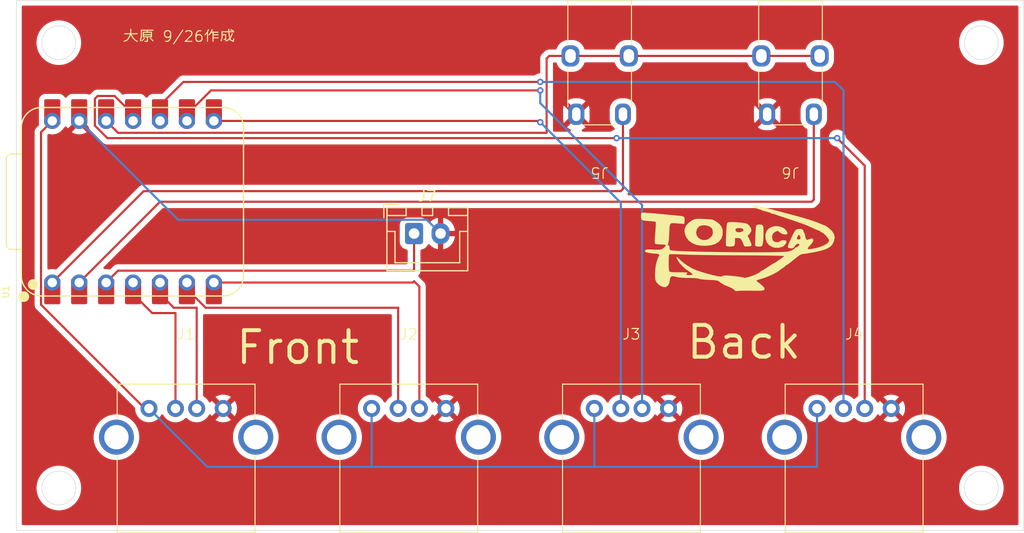
<source format=kicad_pcb>
(kicad_pcb (version 20241229) (generator "pcbnew") (generator_version "9.0")
  (layers (0 "F.Cu" signal) (2 "B.Cu" signal) (13 "F.Paste" user) (15 "B.Paste" user) (5 "F.SilkS" user "F.Silkscreen") (7 "B.SilkS" user "B.Silkscreen") (1 "F.Mask" user) (3 "B.Mask" user) (25 "Edge.Cuts" user))
  (net 0 "")
  (net 1 "/DOUT_1")
  (net 3 "/SLK_1")
  (net 4 "/GND")
  (net 6 "/VDD")
  (net 9 "/SLK_2")
  (net 10 "/DOUT_2")
  (net 12 "/DOUT_3")
  (net 14 "/SLK_3")
  (net 16 "/SLK_4")
  (net 18 "/DOUT_4")
  (net 19 "Net-(U1-PA02_A0_D0)")
  (net 20 "/3V3")
  (net 21 "Net-(U1-PA4_A1_D1)")
  (net 22 "Net-(J7-Pin_1)")
  (footprint "Seeed Studio XIAO Series Library:XIAO-RP2040-DIP" (layer "F.Cu") (at 111 85 90)
    (property "Reference" "U1" (at -8.5 -12 90) (layer "F.SilkS") (effects (font (size 0.635 0.635) (thickness 0.1016))))
    (property "Value" "SeeeduinoXIAO")
    (fp_line (start -3.991272 -11.951) (end 4.004 -11.951) (stroke (width 0.127)) (layer "F.SilkS"))
    (fp_line (start 4.504 -11.451) (end 4.504 -10.541) (stroke (width 0.127)) (layer "F.SilkS"))
    (fp_line (start 6.985 -10.541) (end -6.985 -10.541) (stroke (width 0.1)) (layer "F.SilkS"))
    (fp_line (start 6.985 -10.541) (end -6.985 -10.541) (stroke (width 0.127)) (layer "F.SilkS"))
    (fp_line (start -4.495 -10.541) (end -4.491272 -11.451272) (stroke (width 0.127)) (layer "F.SilkS"))
    (fp_line (start 8.89 8.509) (end 8.89 -8.636) (stroke (width 0.127)) (layer "F.SilkS"))
    (fp_line (start -8.89 8.509) (end -8.89 -8.636) (stroke (width 0.127)) (layer "F.SilkS"))
    (fp_line (start -6.985 10.414) (end 6.985 10.414) (stroke (width 0.127)) (layer "F.SilkS"))
    (fp_arc (start 4.004 -11.951) (mid 4.357553 -11.804553) (end 4.504 -11.451) (stroke (width 0.127)) (layer "F.SilkS"))
    (fp_arc (start -4.491272 -11.451272) (mid -4.344728 -11.80464) (end -3.991272 -11.951) (stroke (width 0.127)) (layer "F.SilkS"))
    (fp_arc (start 6.985 -10.541) (mid 8.332038 -9.983038) (end 8.89 -8.636) (stroke (width 0.127)) (layer "F.SilkS"))
    (fp_arc (start -8.89 -8.636) (mid -8.332038 -9.983038) (end -6.985 -10.541) (stroke (width 0.127)) (layer "F.SilkS"))
    (fp_arc (start 8.89 8.509) (mid 8.332038 9.856038) (end 6.985 10.414) (stroke (width 0.127)) (layer "F.SilkS"))
    (fp_arc (start -6.985 10.414) (mid -8.332038 9.856038) (end -8.89 8.509) (stroke (width 0.127)) (layer "F.SilkS"))
    (fp_circle (center -8.95 -10.3) (end -8.95 -10.554) (stroke (width 0.5)) (fill yes) (layer "F.SilkS"))
    (fp_circle (center -7.807 -9.42) (end -7.807 -9.674) (stroke (width 0.5)) (fill yes) (layer "F.SilkS"))
    (pad "1" smd roundrect (at -8.455 -7.62 270) (size 2.432 1.524) (layers "F.Cu" "F.Mask") (roundrect_rratio 0.1) (net 19 "Net-(U1-PA02_A0_D0)"))
    (pad "1" thru_hole circle (at -7.62 -7.62 270) (size 1.524 1.524) (drill 0.889) (layers "*.Cu" "*.Mask") (net 19 "Net-(U1-PA02_A0_D0)"))
    (pad "2" smd roundrect (at -8.455 -5.08 270) (size 2.432 1.524) (layers "F.Cu" "F.Mask") (roundrect_rratio 0.1) (net 21 "Net-(U1-PA4_A1_D1)"))
    (pad "2" thru_hole circle (at -7.62 -5.08 270) (size 1.524 1.524) (drill 0.889) (layers "*.Cu" "*.Mask") (net 21 "Net-(U1-PA4_A1_D1)"))
    (pad "3" smd roundrect (at -8.455 -2.54 270) (size 2.432 1.524) (layers "F.Cu" "F.Mask") (roundrect_rratio 0.1) (net 22 "Net-(J7-Pin_1)"))
    (pad "3" thru_hole circle (at -7.62 -2.54 270) (size 1.524 1.524) (drill 0.889) (layers "*.Cu" "*.Mask") (net 22 "Net-(J7-Pin_1)"))
    (pad "4" smd roundrect (at -8.455 0 270) (size 2.432 1.524) (layers "F.Cu" "F.Mask") (roundrect_rratio 0.1) (net 3 "/SLK_1"))
    (pad "4" thru_hole circle (at -7.62 0 270) (size 1.524 1.524) (drill 0.889) (layers "*.Cu" "*.Mask") (net 3 "/SLK_1"))
    (pad "5" smd roundrect (at -8.455 2.54 270) (size 2.432 1.524) (layers "F.Cu" "F.Mask") (roundrect_rratio 0.1) (net 1 "/DOUT_1"))
    (pad "5" thru_hole circle (at -7.62 2.54 270) (size 1.524 1.524) (drill 0.889) (layers "*.Cu" "*.Mask") (net 1 "/DOUT_1"))
    (pad "6" smd roundrect (at -8.455 5.08 270) (size 2.432 1.524) (layers "F.Cu" "F.Mask") (roundrect_rratio 0.1) (net 9 "/SLK_2"))
    (pad "6" thru_hole circle (at -7.62 5.08 270) (size 1.524 1.524) (drill 0.889) (layers "*.Cu" "*.Mask") (net 9 "/SLK_2"))
    (pad "7" smd roundrect (at -8.455 7.62 270) (size 2.432 1.524) (layers "F.Cu" "F.Mask") (roundrect_rratio 0.1) (net 10 "/DOUT_2"))
    (pad "7" thru_hole circle (at -7.62 7.62 270) (size 1.524 1.524) (drill 0.889) (layers "*.Cu" "*.Mask") (net 10 "/DOUT_2"))
    (pad "8" thru_hole circle (at 7.62 7.62 90) (size 1.524 1.524) (drill 0.889) (layers "*.Cu" "*.Mask") (net 14 "/SLK_3"))
    (pad "8" smd roundrect (at 8.455 7.62 90) (size 2.432 1.524) (layers "F.Cu" "F.Mask") (roundrect_rratio 0.1) (net 14 "/SLK_3"))
    (pad "9" thru_hole circle (at 7.62 5.08 90) (size 1.524 1.524) (drill 0.889) (layers "*.Cu" "*.Mask") (net 12 "/DOUT_3"))
    (pad "9" smd roundrect (at 8.455 5.08 90) (size 2.432 1.524) (layers "F.Cu" "F.Mask") (roundrect_rratio 0.1) (net 12 "/DOUT_3"))
    (pad "10" thru_hole circle (at 7.62 2.54 90) (size 1.524 1.524) (drill 0.889) (layers "*.Cu" "*.Mask") (net 16 "/SLK_4"))
    (pad "10" smd roundrect (at 8.455 2.54 90) (size 2.432 1.524) (layers "F.Cu" "F.Mask") (roundrect_rratio 0.1) (net 16 "/SLK_4"))
    (pad "11" thru_hole circle (at 7.62 0 90) (size 1.524 1.524) (drill 0.889) (layers "*.Cu" "*.Mask") (net 18 "/DOUT_4"))
    (pad "11" smd roundrect (at 8.455 0 90) (size 2.432 1.524) (layers "F.Cu" "F.Mask") (roundrect_rratio 0.1) (net 18 "/DOUT_4"))
    (pad "12" thru_hole circle (at 7.62 -2.54 90) (size 1.524 1.524) (drill 0.889) (layers "*.Cu" "*.Mask") (net 20 "/3V3"))
    (pad "12" smd roundrect (at 8.455 -2.54 90) (size 2.432 1.524) (layers "F.Cu" "F.Mask") (roundrect_rratio 0.1) (net 20 "/3V3"))
    (pad "13" thru_hole circle (at 7.62 -5.08 90) (size 1.524 1.524) (drill 0.889) (layers "*.Cu" "*.Mask") (net 4 "/GND"))
    (pad "13" smd roundrect (at 8.455 -5.08 90) (size 2.432 1.524) (layers "F.Cu" "F.Mask") (roundrect_rratio 0.1) (net 4 "/GND"))
    (pad "14" thru_hole circle (at 7.62 -7.62 90) (size 1.524 1.524) (drill 0.889) (layers "*.Cu" "*.Mask") (net 6 "/VDD"))
    (pad "14" smd roundrect (at 8.455 -7.62 90) (size 2.432 1.524) (layers "F.Cu" "F.Mask") (roundrect_rratio 0.1) (net 6 "/VDD"))
  )
  (footprint "TORICA_Hardwarelib:USB_A_4P_Female" (layer "F.Cu") (at 137 97.995)
    (property "Reference" "J2" (at 0 -0.5 0) (layer "F.SilkS") (effects (font (thickness 0.1))))
    (property "Value" "USB_A")
    (fp_line (start -6.5 4.21) (end 6.5 4.21) (stroke (width 0.1)) (layer "F.SilkS"))
    (fp_line (start -6.5 7.5) (end -6.5 4.21) (stroke (width 0.1)) (layer "F.SilkS"))
    (fp_line (start -6.5 11) (end -6.5 18.21) (stroke (width 0.1)) (layer "F.SilkS"))
    (fp_line (start -6.5 18.21) (end 6.5 18.21) (stroke (width 0.1)) (layer "F.SilkS"))
    (fp_line (start 6.5 7.5) (end 6.5 4.21) (stroke (width 0.1)) (layer "F.SilkS"))
    (fp_line (start 6.5 18.21) (end 6.5 11) (stroke (width 0.1)) (layer "F.SilkS"))
    (pad "1" thru_hole circle (at -3.5 6.5) (size 1.6 1.6) (drill 0.9) (layers "*.Cu" "*.Mask") (net 6 "/VDD"))
    (pad "2" thru_hole circle (at -1 6.5) (size 1.6 1.6) (drill 0.9) (layers "*.Cu" "*.Mask") (net 9 "/SLK_2"))
    (pad "3" thru_hole circle (at 1 6.5) (size 1.6 1.6) (drill 0.9) (layers "*.Cu" "*.Mask") (net 10 "/DOUT_2"))
    (pad "4" thru_hole circle (at 3.5 6.5) (size 1.6 1.6) (drill 0.9) (layers "*.Cu" "*.Mask") (net 4 "/GND"))
    (pad "5" thru_hole circle (at -6.57 9.21 180) (size 3.3 3.3) (drill 2.3) (layers "*.Cu" "*.Mask"))
    (pad "5" thru_hole circle (at 6.57 9.21 180) (size 3.3 3.3) (drill 2.3) (layers "*.Cu" "*.Mask"))
  )
  (footprint "TORICA_Hardwarelib:USB_A_4P_Female" (layer "F.Cu") (at 179 97.995)
    (property "Reference" "J4" (at 0 -0.5 0) (layer "F.SilkS") (effects (font (thickness 0.1))))
    (property "Value" "USB_A")
    (fp_line (start -6.5 4.21) (end 6.5 4.21) (stroke (width 0.1)) (layer "F.SilkS"))
    (fp_line (start -6.5 7.5) (end -6.5 4.21) (stroke (width 0.1)) (layer "F.SilkS"))
    (fp_line (start -6.5 11) (end -6.5 18.21) (stroke (width 0.1)) (layer "F.SilkS"))
    (fp_line (start -6.5 18.21) (end 6.5 18.21) (stroke (width 0.1)) (layer "F.SilkS"))
    (fp_line (start 6.5 7.5) (end 6.5 4.21) (stroke (width 0.1)) (layer "F.SilkS"))
    (fp_line (start 6.5 18.21) (end 6.5 11) (stroke (width 0.1)) (layer "F.SilkS"))
    (pad "1" thru_hole circle (at -3.5 6.5) (size 1.6 1.6) (drill 0.9) (layers "*.Cu" "*.Mask") (net 6 "/VDD"))
    (pad "2" thru_hole circle (at -1 6.5) (size 1.6 1.6) (drill 0.9) (layers "*.Cu" "*.Mask") (net 16 "/SLK_4"))
    (pad "3" thru_hole circle (at 1 6.5) (size 1.6 1.6) (drill 0.9) (layers "*.Cu" "*.Mask") (net 18 "/DOUT_4"))
    (pad "4" thru_hole circle (at 3.5 6.5) (size 1.6 1.6) (drill 0.9) (layers "*.Cu" "*.Mask") (net 4 "/GND"))
    (pad "5" thru_hole circle (at -6.57 9.21 180) (size 3.3 3.3) (drill 2.3) (layers "*.Cu" "*.Mask"))
    (pad "5" thru_hole circle (at 6.57 9.21 180) (size 3.3 3.3) (drill 2.3) (layers "*.Cu" "*.Mask"))
  )
  (footprint "TORICA_Hardwarelib:Audio_Jack_3P" (layer "F.Cu") (at 173 81.75 180)
    (property "Reference" "J6" (at 0 -0.5 180) (layer "F.SilkS") (effects (font (thickness 0.1))))
    (property "Value" "AudioJack3")
    (fp_line (start 3 15.7) (end 0 15.7) (stroke (width 0.1)) (layer "F.SilkS"))
    (fp_line (start 3 11.6) (end 3 15.7) (stroke (width 0.1)) (layer "F.SilkS"))
    (fp_line (start 3 5.7) (end 3 9.4) (stroke (width 0.1)) (layer "F.SilkS"))
    (fp_line (start 0 4) (end 1.5 4) (stroke (width 0.1)) (layer "F.SilkS"))
    (fp_line (start 0 4) (end -1.5 4) (stroke (width 0.1)) (layer "F.SilkS"))
    (fp_line (start -3 15.7) (end 0 15.7) (stroke (width 0.1)) (layer "F.SilkS"))
    (fp_line (start -3 11.6) (end -3 15.7) (stroke (width 0.1)) (layer "F.SilkS"))
    (fp_line (start -3 5.7) (end -3 9.4) (stroke (width 0.1)) (layer "F.SilkS"))
    (pad "R" thru_hole roundrect (at -2.2 5 180) (size 1.5 2) (drill oval 0.8 1.3) (layers "*.Cu" "*.Mask") (roundrect_rratio 0.4) (net 21 "Net-(U1-PA4_A1_D1)"))
    (pad "S" thru_hole roundrect (at 2.2 5 180) (size 1.5 2) (drill oval 0.8 1.3) (layers "*.Cu" "*.Mask") (roundrect_rratio 0.4) (net 4 "/GND"))
    (pad "T" thru_hole roundrect (at -2.75 10.5 180) (size 1.7 2) (drill oval 1 1.3) (layers "*.Cu" "*.Mask") (roundrect_rratio 0.4) (net 20 "/3V3"))
    (pad "T" thru_hole roundrect (at 2.75 10.5 180) (size 1.7 2) (drill oval 1 1.3) (layers "*.Cu" "*.Mask") (roundrect_rratio 0.4) (net 20 "/3V3"))
  )
  (footprint "Connector_JST:JST_XH_B2B-XH-A_1x02_P2.50mm_Vertical" (layer "F.Cu") (at 137.5 88)
    (property "Reference" "J7" (at 1.25 -3.55 0) (layer "F.SilkS"))
    (property "Value" "Conn_01x02_Socket")
    (fp_line (start -2.85 -2.75) (end -2.85 -1.5) (stroke (width 0.12)) (layer "F.SilkS"))
    (fp_line (start -2.56 -2.46) (end -2.56 3.51) (stroke (width 0.12)) (layer "F.SilkS"))
    (fp_line (start -2.56 3.51) (end 5.06 3.51) (stroke (width 0.12)) (layer "F.SilkS"))
    (fp_line (start -2.55 -2.45) (end -2.55 -1.7) (stroke (width 0.12)) (layer "F.SilkS"))
    (fp_line (start -2.55 -1.7) (end -0.75 -1.7) (stroke (width 0.12)) (layer "F.SilkS"))
    (fp_line (start -2.55 -0.2) (end -1.8 -0.2) (stroke (width 0.12)) (layer "F.SilkS"))
    (fp_line (start -1.8 -0.2) (end -1.8 2.75) (stroke (width 0.12)) (layer "F.SilkS"))
    (fp_line (start -1.8 2.75) (end 1.25 2.75) (stroke (width 0.12)) (layer "F.SilkS"))
    (fp_line (start -1.6 -2.75) (end -2.85 -2.75) (stroke (width 0.12)) (layer "F.SilkS"))
    (fp_line (start -0.75 -2.45) (end -2.55 -2.45) (stroke (width 0.12)) (layer "F.SilkS"))
    (fp_line (start -0.75 -1.7) (end -0.75 -2.45) (stroke (width 0.12)) (layer "F.SilkS"))
    (fp_line (start 0.75 -2.45) (end 0.75 -1.7) (stroke (width 0.12)) (layer "F.SilkS"))
    (fp_line (start 0.75 -1.7) (end 1.75 -1.7) (stroke (width 0.12)) (layer "F.SilkS"))
    (fp_line (start 1.75 -2.45) (end 0.75 -2.45) (stroke (width 0.12)) (layer "F.SilkS"))
    (fp_line (start 1.75 -1.7) (end 1.75 -2.45) (stroke (width 0.12)) (layer "F.SilkS"))
    (fp_line (start 3.25 -2.45) (end 3.25 -1.7) (stroke (width 0.12)) (layer "F.SilkS"))
    (fp_line (start 3.25 -1.7) (end 5.05 -1.7) (stroke (width 0.12)) (layer "F.SilkS"))
    (fp_line (start 4.3 -0.2) (end 4.3 2.75) (stroke (width 0.12)) (layer "F.SilkS"))
    (fp_line (start 4.3 2.75) (end 1.25 2.75) (stroke (width 0.12)) (layer "F.SilkS"))
    (fp_line (start 5.05 -2.45) (end 3.25 -2.45) (stroke (width 0.12)) (layer "F.SilkS"))
    (fp_line (start 5.05 -1.7) (end 5.05 -2.45) (stroke (width 0.12)) (layer "F.SilkS"))
    (fp_line (start 5.05 -0.2) (end 4.3 -0.2) (stroke (width 0.12)) (layer "F.SilkS"))
    (fp_line (start 5.06 -2.46) (end -2.56 -2.46) (stroke (width 0.12)) (layer "F.SilkS"))
    (fp_line (start 5.06 3.51) (end 5.06 -2.46) (stroke (width 0.12)) (layer "F.SilkS"))
    (pad "1" thru_hole roundrect (at 0 0) (size 1.7 2) (drill 1) (layers "*.Cu" "*.Mask") (roundrect_rratio 0.147059) (net 22 "Net-(J7-Pin_1)"))
    (pad "2" thru_hole oval (at 2.5 0) (size 1.7 2) (drill 1) (layers "*.Cu" "*.Mask") (net 4 "/GND"))
  )
  (footprint "TORICA_Hardwarelib:USB_A_4P_Female" (layer "F.Cu") (at 158 97.995)
    (property "Reference" "J3" (at 0 -0.5 0) (layer "F.SilkS") (effects (font (thickness 0.1))))
    (property "Value" "USB_A")
    (fp_line (start -6.5 4.21) (end 6.5 4.21) (stroke (width 0.1)) (layer "F.SilkS"))
    (fp_line (start -6.5 7.5) (end -6.5 4.21) (stroke (width 0.1)) (layer "F.SilkS"))
    (fp_line (start -6.5 11) (end -6.5 18.21) (stroke (width 0.1)) (layer "F.SilkS"))
    (fp_line (start -6.5 18.21) (end 6.5 18.21) (stroke (width 0.1)) (layer "F.SilkS"))
    (fp_line (start 6.5 7.5) (end 6.5 4.21) (stroke (width 0.1)) (layer "F.SilkS"))
    (fp_line (start 6.5 18.21) (end 6.5 11) (stroke (width 0.1)) (layer "F.SilkS"))
    (pad "1" thru_hole circle (at -3.5 6.5) (size 1.6 1.6) (drill 0.9) (layers "*.Cu" "*.Mask") (net 6 "/VDD"))
    (pad "2" thru_hole circle (at -1 6.5) (size 1.6 1.6) (drill 0.9) (layers "*.Cu" "*.Mask") (net 14 "/SLK_3"))
    (pad "3" thru_hole circle (at 1 6.5) (size 1.6 1.6) (drill 0.9) (layers "*.Cu" "*.Mask") (net 12 "/DOUT_3"))
    (pad "4" thru_hole circle (at 3.5 6.5) (size 1.6 1.6) (drill 0.9) (layers "*.Cu" "*.Mask") (net 4 "/GND"))
    (pad "5" thru_hole circle (at -6.57 9.21 180) (size 3.3 3.3) (drill 2.3) (layers "*.Cu" "*.Mask"))
    (pad "5" thru_hole circle (at 6.57 9.21 180) (size 3.3 3.3) (drill 2.3) (layers "*.Cu" "*.Mask"))
  )
  (footprint "TORICA_Hardwarelib:USB_A_4P_Female" (layer "F.Cu") (at 116 97.995)
    (property "Reference" "J1" (at 0 -0.5 0) (layer "F.SilkS") (effects (font (thickness 0.1))))
    (property "Value" "USB_A")
    (fp_line (start -6.5 4.21) (end 6.5 4.21) (stroke (width 0.1)) (layer "F.SilkS"))
    (fp_line (start -6.5 7.5) (end -6.5 4.21) (stroke (width 0.1)) (layer "F.SilkS"))
    (fp_line (start -6.5 11) (end -6.5 18.21) (stroke (width 0.1)) (layer "F.SilkS"))
    (fp_line (start -6.5 18.21) (end 6.5 18.21) (stroke (width 0.1)) (layer "F.SilkS"))
    (fp_line (start 6.5 7.5) (end 6.5 4.21) (stroke (width 0.1)) (layer "F.SilkS"))
    (fp_line (start 6.5 18.21) (end 6.5 11) (stroke (width 0.1)) (layer "F.SilkS"))
    (pad "1" thru_hole circle (at -3.5 6.5) (size 1.6 1.6) (drill 0.9) (layers "*.Cu" "*.Mask") (net 6 "/VDD"))
    (pad "2" thru_hole circle (at -1 6.5) (size 1.6 1.6) (drill 0.9) (layers "*.Cu" "*.Mask") (net 3 "/SLK_1"))
    (pad "3" thru_hole circle (at 1 6.5) (size 1.6 1.6) (drill 0.9) (layers "*.Cu" "*.Mask") (net 1 "/DOUT_1"))
    (pad "4" thru_hole circle (at 3.5 6.5) (size 1.6 1.6) (drill 0.9) (layers "*.Cu" "*.Mask") (net 4 "/GND"))
    (pad "5" thru_hole circle (at -6.57 9.21 180) (size 3.3 3.3) (drill 2.3) (layers "*.Cu" "*.Mask"))
    (pad "5" thru_hole circle (at 6.57 9.21 180) (size 3.3 3.3) (drill 2.3) (layers "*.Cu" "*.Mask"))
  )
  (footprint "TORICA_Hardwarelib:Audio_Jack_3P" (layer "F.Cu") (at 155 81.75 180)
    (property "Reference" "J5" (at 0 -0.5 180) (layer "F.SilkS") (effects (font (thickness 0.1))))
    (property "Value" "AudioJack3")
    (fp_line (start 3 15.7) (end 0 15.7) (stroke (width 0.1)) (layer "F.SilkS"))
    (fp_line (start 3 11.6) (end 3 15.7) (stroke (width 0.1)) (layer "F.SilkS"))
    (fp_line (start 3 5.7) (end 3 9.4) (stroke (width 0.1)) (layer "F.SilkS"))
    (fp_line (start 0 4) (end 1.5 4) (stroke (width 0.1)) (layer "F.SilkS"))
    (fp_line (start 0 4) (end -1.5 4) (stroke (width 0.1)) (layer "F.SilkS"))
    (fp_line (start -3 15.7) (end 0 15.7) (stroke (width 0.1)) (layer "F.SilkS"))
    (fp_line (start -3 11.6) (end -3 15.7) (stroke (width 0.1)) (layer "F.SilkS"))
    (fp_line (start -3 5.7) (end -3 9.4) (stroke (width 0.1)) (layer "F.SilkS"))
    (pad "R" thru_hole roundrect (at -2.2 5 180) (size 1.5 2) (drill oval 0.8 1.3) (layers "*.Cu" "*.Mask") (roundrect_rratio 0.4) (net 19 "Net-(U1-PA02_A0_D0)"))
    (pad "S" thru_hole roundrect (at 2.2 5 180) (size 1.5 2) (drill oval 0.8 1.3) (layers "*.Cu" "*.Mask") (roundrect_rratio 0.4) (net 4 "/GND"))
    (pad "T" thru_hole roundrect (at -2.75 10.5 180) (size 1.7 2) (drill oval 1 1.3) (layers "*.Cu" "*.Mask") (roundrect_rratio 0.4) (net 20 "/3V3"))
    (pad "T" thru_hole roundrect (at 2.75 10.5 180) (size 1.7 2) (drill oval 1 1.3) (layers "*.Cu" "*.Mask") (roundrect_rratio 0.4) (net 20 "/3V3"))
  )
  (footprint "TORICA_Hardwarelib:torica" (layer "F.Cu") (at 167.5 89.5)
    (property "Reference" "G***")
    (property "Value" "LOGO" (hide yes))
    (fp_poly (pts (xy 2.714559 -2.344276) (xy 2.832731 -2.312023) (xy 2.905785 -2.2326) (xy 2.94382 -2.084541) (xy 2.956933 -1.84638) (xy 2.955225 -1.496651) (xy 2.954869 -1.471494) (xy 2.94464 -1.140391) (xy 2.925449 -0.838039) (xy 2.900251 -0.602213) (xy 2.877855 -0.487169) (xy 2.824516 -0.350243) (xy 2.744474 -0.287014) (xy 2.591506 -0.269384) (xy 2.518596 -0.268783) (xy 2.329084 -0.284591) (xy 2.20101 -0.324308) (xy 2.179161 -0.343585) (xy 2.166546 -0.433713) (xy 2.162804 -0.626804) (xy 2.166622 -0.891815) (xy 2.176685 -1.197706) (xy 2.191682 -1.513435) (xy 2.210297 -1.807959) (xy 2.231217 -2.050236) (xy 2.253129 -2.209225) (xy 2.259167 -2.234259) (xy 2.332707 -2.320164) (xy 2.502294 -2.350408) (xy 2.541168 -2.350823)) (fill yes) (layer "F.SilkS"))
    (fp_poly (pts (xy 4.372244 -2.188501) (xy 4.717486 -2.08271) (xy 4.883915 -1.990734) (xy 5.032478 -1.860322) (xy 5.148127 -1.700083) (xy 5.208212 -1.54987) (xy 5.190986 -1.450422) (xy 5.06337 -1.405335) (xy 4.872821 -1.421888) (xy 4.670187 -1.490197) (xy 4.529367 -1.579019) (xy 4.389918 -1.687692) (xy 4.291391 -1.744577) (xy 4.279312 -1.747008) (xy 4.149826 -1.70628) (xy 3.988465 -1.609692) (xy 3.858742 -1.496052) (xy 3.849095 -1.48413) (xy 3.775041 -1.299579) (xy 3.770875 -1.074996) (xy 3.832231 -0.872406) (xy 3.898122 -0.787685) (xy 4.077689 -0.696783) (xy 4.282866 -0.677801) (xy 4.456205 -0.732161) (xy 4.502116 -0.772752) (xy 4.62985 -0.842977) (xy 4.820689 -0.871503) (xy 5.008332 -0.852886) (xy 5.08597 -0.820694) (xy 5.125536 -0.728423) (xy 5.080084 -0.587569) (xy 4.970588 -0.432169) (xy 4.818022 -0.296264) (xy 4.731946 -0.246164) (xy 4.395837 -0.154245) (xy 4.021405 -0.166028) (xy 3.782506 -0.228911) (xy 3.475616 -0.406449) (xy 3.260053 -0.673723) (xy 3.14446 -1.014525) (xy 3.137479 -1.412647) (xy 3.140126 -1.433698) (xy 3.24009 -1.730086) (xy 3.437458 -1.961482) (xy 3.708055 -2.120165) (xy 4.027709 -2.198412)) (fill yes) (layer "F.SilkS"))
    (fp_poly (pts (xy -2.941591 -2.885385) (xy -2.662662 -2.87537) (xy -2.31117 -2.859558) (xy -2.061955 -2.839821) (xy -1.88293 -2.809698) (xy -1.742002 -2.762728) (xy -1.607084 -2.692451) (xy -1.534543 -2.648234) (xy -1.223712 -2.418527) (xy -1.02528 -2.176907) (xy -0.918359 -1.89428) (xy -0.896016 -1.758902) (xy -0.904636 -1.351069) (xy -1.028965 -1.003664) (xy -1.26179 -0.722788) (xy -1.595896 -0.514544) (xy -2.024071 -0.385035) (xy -2.5391 -0.340364) (xy -2.572587 -0.340514) (xy -2.873061 -0.355668) (xy -3.172334 -0.390619) (xy -3.379041 -0.431543) (xy -3.779329 -0.596299) (xy -4.106984 -0.845793) (xy -4.343631 -1.160157) (xy -4.470891 -1.519521) (xy -4.483661 -1.620007) (xy -3.399546 -1.620007) (xy -3.357344 -1.357446) (xy -3.221237 -1.134523) (xy -3.011469 -0.970825) (xy -2.748282 -0.88594) (xy -2.45192 -0.899455) (xy -2.32921 -0.936575) (xy -2.170859 -1.028841) (xy -2.003915 -1.170639) (xy -1.986687 -1.188559) (xy -1.870248 -1.343712) (xy -1.827053 -1.511626) (xy -1.828915 -1.677665) (xy -1.858006 -1.884116) (xy -1.93432 -2.018216) (xy -2.076207 -2.131236) (xy -2.356504 -2.249871) (xy -2.682991 -2.284968) (xy -2.992837 -2.23157) (xy -3.051008 -2.20815) (xy -3.192969 -2.096144) (xy -3.316843 -1.924104) (xy -3.3276 -1.902619) (xy -3.399546 -1.620007) (xy -4.483661 -1.620007) (xy -4.484513 -1.626711) (xy -4.489403 -1.868028) (xy -4.446512 -2.050579) (xy -4.337932 -2.246627) (xy -4.32658 -2.263982) (xy -4.109455 -2.510325) (xy -3.82811 -2.715847) (xy -3.809287 -2.726303) (xy -3.66281 -2.802328) (xy -3.534771 -2.852093) (xy -3.393202 -2.879753) (xy -3.206131 -2.889465)) (fill yes) (layer "F.SilkS"))
    (fp_poly (pts (xy 0.228865 -2.577335) (xy 0.543282 -2.556666) (xy 0.854182 -2.526763) (xy 1.127443 -2.490202) (xy 1.328945 -2.449557) (xy 1.404814 -2.422418) (xy 1.589236 -2.274781) (xy 1.737044 -2.071492) (xy 1.811429 -1.866195) (xy 1.814286 -1.8257) (xy 1.768757 -1.662875) (xy 1.657296 -1.490747) (xy 1.638775 -1.470457) (xy 1.463264 -1.287263) (xy 1.634943 -0.929214) (xy 1.762901 -0.650902) (xy 1.823249 -0.469389) (xy 1.811208 -0.362671) (xy 1.721999 -0.308747) (xy 1.550841 -0.285614) (xy 1.494354 -0.282045) (xy 1.279962 -0.277746) (xy 1.16361 -0.302498) (xy 1.110453 -0.365309) (xy 1.104455 -0.382838) (xy 1.053431 -0.515318) (xy 0.967579 -0.706891) (xy 0.92788 -0.78955) (xy 0.831383 -0.96473) (xy 0.738716 -1.048441) (xy 0.603454 -1.073858) (xy 0.528228 -1.075132) (xy 0.268783 -1.075132) (xy 0.268783 -0.752593) (xy 0.252886 -0.544977) (xy 0.212631 -0.389192) (xy 0.188148 -0.349418) (xy 0.075062 -0.300402) (xy -0.109099 -0.274667) (xy -0.313073 -0.272803) (xy -0.485598 -0.295398) (xy -0.574054 -0.340655) (xy -0.586384 -0.429716) (xy -0.591128 -0.627973) (xy -0.588383 -0.91045) (xy -0.578246 -1.25217) (xy -0.569783 -1.451429) (xy -0.549467 -1.851314) (xy -0.54553 -1.908568) (xy 0.313172 -1.908568) (xy 0.330615 -1.766592) (xy 0.349378 -1.726639) (xy 0.457376 -1.646022) (xy 0.634603 -1.619017) (xy 0.828405 -1.642615) (xy 0.986128 -1.713808) (xy 1.034691 -1.765802) (xy 1.060182 -1.889664) (xy 0.959974 -1.972111) (xy 0.736735 -2.011513) (xy 0.62716 -2.014844) (xy 0.410393 -1.98963) (xy 0.313172 -1.908568) (xy -0.54553 -1.908568) (xy -0.529785 -2.137544) (xy -0.507461 -2.330797) (xy -0.479214 -2.451753) (xy -0.441765 -2.521091) (xy -0.394291 -2.558194) (xy -0.274043 -2.580675) (xy -0.054951 -2.586197)) (fill yes) (layer "F.SilkS"))
    (fp_poly (pts (xy 2.129079 -4.148578) (xy 2.372938 -4.099339) (xy 2.71495 -4.022039) (xy 3.139412 -3.920509) (xy 3.630621 -3.79858) (xy 4.172877 -3.660085) (xy 4.750476 -3.508853) (xy 5.342063 -3.35025) (xy 5.623069 -3.274274) (xy 5.89386 -3.201489) (xy 6.081217 -3.151528) (xy 6.593629 -3.010015) (xy 7.096361 -2.860279) (xy 7.561875 -2.711268) (xy 7.962634 -2.571931) (xy 8.271099 -2.451215) (xy 8.361695 -2.410517) (xy 8.538678 -2.332971) (xy 8.66684 -2.28866) (xy 8.691568 -2.284656) (xy 8.775229 -2.246751) (xy 8.929968 -2.147696) (xy 9.109566 -2.018342) (xy 9.42497 -1.732116) (xy 9.609954 -1.441563) (xy 9.668229 -1.133975) (xy 9.603505 -0.796642) (xy 9.52223 -0.604762) (xy 9.398711 -0.408997) (xy 9.226894 -0.242555) (xy 8.991986 -0.099236) (xy 8.679196 0.027164) (xy 8.27373 0.142845) (xy 7.760798 0.25401) (xy 7.257143 0.344872) (xy 6.992373 0.387395) (xy 6.764236 0.419929) (xy 6.618214 0.436038) (xy 6.609599 0.43651) (xy 6.471843 0.481314) (xy 6.293256 0.586803) (xy 6.220611 0.641375) (xy 6.013061 0.808024) (xy 5.778553 0.994532) (xy 5.692229 1.062687) (xy 5.506788 1.209262) (xy 5.348726 1.335225) (xy 5.290898 1.381867) (xy 5.169524 1.459017) (xy 5.10611 1.478307) (xy 5.041399 1.51912) (xy 5.039682 1.531015) (xy 4.987798 1.598274) (xy 4.862202 1.688803) (xy 4.854894 1.693172) (xy 4.668155 1.818462) (xy 4.487425 1.959644) (xy 4.247444 2.12756) (xy 3.912332 2.31048) (xy 3.517786 2.492658) (xy 3.099501 2.658343) (xy 2.693173 2.791789) (xy 2.469444 2.849949) (xy 2.328028 2.897372) (xy 2.301079 2.960774) (xy 2.390802 3.056896) (xy 2.507861 3.14154) (xy 2.711133 3.298654) (xy 2.906763 3.477417) (xy 2.92082 3.491888) (xy 3.037758 3.627973) (xy 3.066051 3.717715) (xy 3.020944 3.800013) (xy 2.971611 3.840223) (xy 2.887908 3.868484) (xy 2.750091 3.88624) (xy 2.538418 3.894934) (xy 2.233144 3.896009) (xy 1.814528 3.890909) (xy 1.784377 3.890422) (xy 1.395079 3.887104) (xy 1.044116 3.889774) (xy 0.757237 3.897796) (xy 0.56019 3.910534) (xy 0.487933 3.922424) (xy 0.348282 3.9306) (xy 0.212053 3.836796) (xy 0.185552 3.809196) (xy 0.03052 3.689954) (xy -0.188464 3.575343) (xy -0.297531 3.532868) (xy -0.765751 3.338891) (xy -1.120796 3.115353) (xy -1.172577 3.071606) (xy -1.25644 3.005028) (xy -1.350393 2.957518) (xy -1.479769 2.924455) (xy -1.669902 2.901217) (xy -1.946122 2.883182) (xy -2.291388 2.86749) (xy -2.601367 2.8482) (xy -2.872402 2.819773) (xy -3.069146 2.786551) (xy -3.143716 2.762779) (xy -3.270055 2.731581) (xy -3.504957 2.707236) (xy -3.822683 2.691693) (xy -4.144921 2.686853) (xy -4.64653 2.676067) (xy -5.021168 2.644654) (xy -5.274744 2.592101) (xy -5.289099 2.587274) (xy -5.55873 2.520467) (xy -5.739168 2.547503) (xy -5.844503 2.67624) (xy -5.888826 2.914534) (xy -5.889272 2.92193) (xy -5.947978 3.209137) (xy -6.075654 3.424823) (xy -6.254527 3.544814) (xy -6.359434 3.561375) (xy -6.622822 3.50434) (xy -6.887914 3.352946) (xy -7.104419 3.136757) (xy -7.120692 3.113837) (xy -7.198475 2.984705) (xy -7.246148 2.850196) (xy -7.270551 2.673191) (xy -7.278524 2.416574) (xy -7.278538 2.257261) (xy -7.256776 1.880754) (xy -7.200389 1.492789) (xy -7.151112 1.276522) (xy -5.988328 1.276522) (xy -5.985005 1.557788) (xy -5.974419 1.801841) (xy -5.956297 1.974388) (xy -5.94668 2.016332) (xy -5.920436 2.070881) (xy -5.86757 2.10833) (xy -5.765764 2.131952) (xy -5.592699 2.145016) (xy -5.326056 2.150796) (xy -5.018356 2.152401) (xy -4.659087 2.155075) (xy -4.417647 2.162351) (xy -4.277499 2.176178) (xy -4.222107 2.198504) (xy -4.234934 2.231277) (xy -4.249088 2.24304) (xy -4.323924 2.329411) (xy -4.321883 2.375295) (xy -4.224558 2.407745) (xy -4.059405 2.418212) (xy -3.884868 2.408165) (xy -3.759392 2.379073) (xy -3.734733 2.360537) (xy -3.768831 2.298951) (xy -3.892891 2.193334) (xy -4.080209 2.066365) (xy -4.083545 2.064302) (xy -4.398862 1.840297) (xy -4.691633 1.579082) (xy -4.94125 1.30457) (xy -5.127103 1.040673) (xy -5.228581 0.811306) (xy -5.24127 0.721016) (xy -5.202361 0.714639) (xy -5.104519 0.792036) (xy -5.055738 0.841771) (xy -4.801768 1.085687) (xy -4.505472 1.326665) (xy -4.223965 1.519039) (xy -4.169131 1.550612) (xy -3.975107 1.662826) (xy -3.817288 1.760928) (xy -3.632473 1.854575) (xy -3.346239 1.967089) (xy -2.988686 2.089711) (xy -2.589918 2.213684) (xy -2.180036 2.330249) (xy -1.789141 2.430647) (xy -1.447335 2.50612) (xy -1.184721 2.547911) (xy -1.093464 2.553439) (xy -0.928098 2.530328) (xy -0.829485 2.4825) (xy -0.74405 2.456284) (xy -0.555884 2.452563) (xy -0.255111 2.471645) (xy 0.167122 2.513728) (xy 0.505322 2.553246) (xy 0.793484 2.59106) (xy 1.006297 2.623536) (xy 1.118453 2.647036) (xy 1.128758 2.651863) (xy 1.153849 2.675418) (xy 1.19039 2.682486) (xy 1.271148 2.66853) (xy 1.428894 2.629017) (xy 1.581635 2.5892) (xy 1.817067 2.515652) (xy 2.073416 2.416572) (xy 2.319446 2.306647) (xy 2.523923 2.200567) (xy 2.655609 2.113019) (xy 2.687831 2.069031) (xy 2.739733 2.017721) (xy 2.758061 2.015873) (xy 2.842018 1.980361) (xy 3.006847 1.885418) (xy 3.223148 1.748429) (xy 3.32619 1.679894) (xy 3.550433 1.530812) (xy 3.729919 1.415677) (xy 3.837726 1.351568) (xy 3.855789 1.343915) (xy 3.931532 1.308414) (xy 4.082304 1.215815) (xy 4.277846 1.086978) (xy 4.487899 0.942761) (xy 4.682206 0.804023) (xy 4.830507 0.691623) (xy 4.902544 0.62642) (xy 4.905153 0.620531) (xy 4.839818 0.61168) (xy 4.651401 0.602866) (xy 4.351211 0.594263) (xy 3.950558 0.58604) (xy 3.460752 0.578371) (xy 2.893103 0.571426) (xy 2.258919 0.565378) (xy 1.56951 0.560399) (xy 0.836186 0.556659) (xy 0.652844 0.555958) (xy -0.130585 0.552164) (xy -0.904849 0.546538) (xy -1.654223 0.539312) (xy -2.36298 0.53072) (xy -3.015395 0.520995) (xy -3.595743 0.510372) (xy -4.088297 0.499083) (xy -4.477331 0.487362) (xy -4.739479 0.475883) (xy -5.11854 0.457538) (xy -5.450814 0.447559) (xy -5.713124 0.446151) (xy -5.882287 0.453522) (xy -5.934409 0.465233) (xy -5.957428 0.5524) (xy -5.974268 0.739533) (xy -5.984659 0.992339) (xy -5.988328 1.276522) (xy -7.151112 1.276522) (xy -7.117685 1.129817) (xy -7.016972 0.828289) (xy -6.906555 0.624656) (xy -6.906435 0.624504) (xy -6.87041 0.512204) (xy -6.954372 0.435185) (xy -7.146313 0.403469) (xy -7.17161 0.403174) (xy -7.372706 0.391251) (xy -7.637462 0.360486) (xy -7.83186 0.330429) (xy -8.059358 0.285848) (xy -8.180292 0.243296) (xy -8.221459 0.188202) (xy -8.214251 0.122527) (xy -8.190409 0.063943) (xy -8.139485 0.026452) (xy -8.037244 0.006595) (xy -7.859453 0.000918) (xy -7.581877 0.005964) (xy -7.428612 0.010484) (xy -7.100376 0.019181) (xy -6.876303 0.017944) (xy -6.726254 0.00186) (xy -6.620094 -0.033987) (xy -6.527687 -0.09451) (xy -6.463762 -0.146853) (xy -6.329651 -0.275445) (xy -6.254824 -0.377867) (xy -6.249207 -0.398837) (xy -6.312567 -0.438751) (xy -6.488243 -0.464023) (xy -6.702778 -0.4714) (xy -6.947416 -0.480069) (xy -7.144506 -0.501734) (xy -7.24725 -0.53003) (xy -7.281727 -0.572673) (xy -7.300934 -0.660544) (xy -7.304987 -0.813689) (xy -7.294002 -1.052152) (xy -7.268096 -1.395979) (xy -7.253283 -1.570969) (xy -7.226193 -1.920885) (xy -7.208757 -2.222085) (xy -7.201953 -2.449797) (xy -7.206759 -2.579246) (xy -7.212686 -2.598577) (xy -7.296125 -2.622511) (xy -7.479154 -2.647261) (xy -7.727074 -2.668476) (xy -7.811416 -2.67364) (xy -8.148485 -2.697696) (xy -8.373498 -2.733964) (xy -8.508787 -2.795324) (xy -8.576686 -2.894657) (xy -8.599528 -3.044845) (xy -8.601058 -3.129076) (xy -8.579367 -3.354219) (xy -8.51638 -3.462908) (xy -8.507505 -3.467102) (xy -8.415564 -3.471502) (xy -8.210668 -3.463707) (xy -7.913568 -3.445085) (xy -7.545013 -3.417003) (xy -7.125756 -3.38083) (xy -6.945203 -3.36409) (xy -6.482343 -3.320434) (xy -6.034835 -3.278445) (xy -5.63052 -3.24072) (xy -5.29724 -3.209853) (xy -5.062837 -3.188441) (xy -5.022378 -3.184819) (xy -4.744749 -3.14984) (xy -4.577889 -3.090615) (xy -4.498185 -2.984821) (xy -4.482028 -2.810134) (xy -4.491108 -2.682501) (xy -4.51751 -2.405653) (xy -5.178726 -2.452979) (xy -5.441181 -2.47406) (xy -5.630443 -2.481917) (xy -5.759335 -2.458602) (xy -5.840684 -2.386166) (xy -5.887313 -2.24666) (xy -5.912049 -2.022137) (xy -5.927716 -1.694648) (xy -5.940496 -1.386888) (xy -5.961376 -1.05576) (xy -5.990343 -0.777363) (xy -6.023782 -0.580118) (xy -6.053781 -0.496544) (xy -6.092489 -0.421512) (xy -6.022249 -0.403175) (xy -5.943395 -0.361008) (xy -5.914128 -0.218555) (xy -5.913228 -0.171034) (xy -5.899366 -0.01133) (xy -5.831685 0.062207) (xy -5.694841 0.093552) (xy -5.473162 0.116716) (xy -5.135739 0.138787) (xy -4.696137 0.159627) (xy -4.167921 0.179098) (xy -3.564654 0.197062) (xy -2.899901 0.213382) (xy -2.187227 0.227919) (xy -1.440195 0.240537) (xy -0.672369 0.251097) (xy 0.102685 0.259462) (xy 0.871405 0.265493) (xy 1.620225 0.269054) (xy 2.335582 0.270007) (xy 3.003911 0.268214) (xy 3.611647 0.263536) (xy 4.145228 0.255837) (xy 4.591088 0.244979) (xy 4.935663 0.230824) (xy 5.16539 0.213234) (xy 5.226273 0.204431) (xy 5.500096 0.132143) (xy 5.725544 0.034964) (xy 5.872471 -0.071405) (xy 5.913227 -0.153319) (xy 5.941604 -0.191451) (xy 5.956039 -0.181174) (xy 6.033738 -0.18415) (xy 6.155155 -0.251116) (xy 6.274393 -0.347502) (xy 6.345557 -0.43874) (xy 6.346824 -0.475509) (xy 6.242278 -0.541793) (xy 6.101742 -0.507178) (xy 5.960307 -0.384823) (xy 5.909771 -0.311613) (xy 5.782841 -0.149306) (xy 5.650374 -0.100095) (xy 5.626455 -0.10145) (xy 5.448263 -0.118494) (xy 5.358862 -0.125816) (xy 5.264428 -0.176511) (xy 5.253204 -0.313551) (xy 5.32569 -0.544092) (xy 5.399719 -0.709779) (xy 5.518645 -0.961325) (xy 5.562283 -1.05507) (xy 6.098589 -1.05507) (xy 6.122969 -0.969191) (xy 6.250066 -0.941492) (xy 6.294003 -0.940741) (xy 6.422731 -0.979927) (xy 6.450793 -1.062289) (xy 6.412189 -1.214437) (xy 6.360104 -1.307863) (xy 6.29444 -1.380874) (xy 6.242548 -1.361172) (xy 6.170832 -1.234257) (xy 6.16568 -1.223948) (xy 6.098589 -1.05507) (xy 5.562283 -1.05507) (xy 5.636868 -1.215296) (xy 5.680435 -1.310318) (xy 5.82963 -1.608168) (xy 5.963444 -1.797574) (xy 6.101382 -1.899875) (xy 6.252076 -1.93567) (xy 6.519788 -1.927561) (xy 6.676916 -1.855703) (xy 6.719577 -1.746528) (xy 6.748572 -1.621768) (xy 6.780925 -1.582714) (xy 6.831063 -1.497116) (xy 6.877226 -1.333568) (xy 6.885019 -1.291792) (xy 6.936305 -1.051892) (xy 7.000665 -0.928435) (xy 7.097956 -0.903641) (xy 7.248035 -0.959734) (xy 7.253104 -0.962253) (xy 7.46698 -1.03392) (xy 7.603509 -1.010768) (xy 7.657861 -0.911124) (xy 7.625209 -0.753313) (xy 7.500727 -0.555661) (xy 7.391534 -0.436773) (xy 7.202936 -0.230955) (xy 7.126512 -0.092418) (xy 7.162487 -0.022961) (xy 7.311083 -0.024387) (xy 7.341137 -0.030399) (xy 7.560657 -0.07291) (xy 7.804197 -0.113518) (xy 7.826921 -0.11691) (xy 8.12197 -0.186732) (xy 8.453158 -0.304764) (xy 8.76119 -0.447298) (xy 8.960929 -0.570314) (xy 9.085564 -0.706614) (xy 9.138601 -0.849517) (xy 9.138624 -0.851944) (xy 9.09198 -0.976143) (xy 8.97313 -1.14634) (xy 8.813694 -1.32842) (xy 8.645295 -1.48827) (xy 8.499554 -1.591776) (xy 8.433453 -1.612699) (xy 8.343785 -1.648862) (xy 8.332275 -1.679894) (xy 8.280228 -1.743975) (xy 8.257887 -1.74709) (xy 8.163797 -1.773728) (xy 7.985434 -1.843901) (xy 7.759686 -1.942996) (xy 7.73712 -1.953381) (xy 7.496652 -2.064475) (xy 7.289447 -2.160136) (xy 7.159078 -2.220248) (xy 7.156349 -2.221503) (xy 6.992229 -2.28883) (xy 6.727866 -2.387928) (xy 6.390858 -2.509119) (xy 6.008804 -2.642726) (xy 5.609301 -2.779073) (xy 5.219947 -2.90848) (xy 4.938889 -2.999061) (xy 4.633377 -3.098007) (xy 4.367385 -3.188242) (xy 4.171863 -3.25901) (xy 4.083054 -3.296436) (xy 3.91395 -3.3517) (xy 3.835036 -3.359789) (xy 3.709771 -3.384964) (xy 3.669266 -3.415501) (xy 3.589885 -3.459406) (xy 3.419447 -3.516101) (xy 3.245327 -3.56117) (xy 3.024508 -3.617121) (xy 2.855428 -3.668985) (xy 2.788624 -3.69778) (xy 2.678643 -3.746002) (xy 2.519841 -3.792477) (xy 2.289418 -3.862213) (xy 2.094757 -3.946988) (xy 1.95489 -4.033152) (xy 1.888853 -4.107056) (xy 1.915679 -4.155051) (xy 1.999074 -4.165924)) (fill yes) (layer "F.SilkS"))
  )
  (gr_circle (center 191 112) (end 192.6 112) (stroke (width 0.05)) (fill no) (layer "Edge.Cuts"))
  (gr_circle (center 104 112) (end 105.6 112) (stroke (width 0.05)) (fill no) (layer "Edge.Cuts"))
  (gr_rect (start 100 66) (end 195 116) (stroke (width 0.05)) (fill no) (layer "Edge.Cuts"))
  (gr_circle (center 104 70) (end 105.6 70) (stroke (width 0.05)) (fill no) (layer "Edge.Cuts"))
  (gr_circle (center 191 70) (end 192.6 70) (stroke (width 0.05)) (fill no) (layer "Edge.Cuts"))
  (gr_text "Front" (at 120.5 100.5 0) (layer "F.SilkS") (effects (font (size 3 3) (thickness 0.375)) (justify left bottom)))
  (gr_text "大原 9/26作成" (at 110 70 0) (layer "F.SilkS") (effects (font (size 1 1) (thickness 0.1)) (justify left bottom)))
  (gr_text "Back" (at 163 100 0) (layer "F.SilkS") (effects (font (size 3 3) (thickness 0.375)) (justify left bottom)))
  (segment (start 117 95) (end 117 104.495) (width 0.2) (layer "F.Cu") (net 1))
  (segment (start 113.54 92.62) (end 113.54 93.69763) (width 0.2) (layer "F.Cu") (net 1))
  (segment (start 114.84237 95) (end 117 95) (width 0.2) (layer "F.Cu") (net 1))
  (segment (start 113.54 93.69763) (end 114.84237 95) (width 0.2) (layer "F.Cu") (net 1))
  (segment (start 115 95.5) (end 115 104.495) (width 0.2) (layer "F.Cu") (net 3))
  (segment (start 112.80237 95.5) (end 115 95.5) (width 0.2) (layer "F.Cu") (net 3))
  (segment (start 111 92.62) (end 111 93.69763) (width 0.2) (layer "F.Cu") (net 3))
  (segment (start 111 93.69763) (end 112.80237 95.5) (width 0.2) (layer "F.Cu") (net 3))
  (segment (start 115.239 86.699) (end 138.699 86.699) (width 0.2) (layer "B.Cu") (net 4))
  (segment (start 105.92 77.38) (end 115.239 86.699) (width 0.2) (layer "B.Cu") (net 4))
  (segment (start 138.699 86.699) (end 140 88) (width 0.2) (layer "B.Cu") (net 4))
  (segment (start 102.317 78.443) (end 102.317 94.710626) (width 0.2) (layer "F.Cu") (net 6))
  (segment (start 102.317 94.710626) (end 112.101374 104.495) (width 0.2) (layer "F.Cu") (net 6))
  (segment (start 112.101374 104.495) (end 112.5 104.495) (width 0.2) (layer "F.Cu") (net 6))
  (segment (start 103.38 77.38) (end 102.317 78.443) (width 0.2) (layer "F.Cu") (net 6))
  (segment (start 133.5 110) (end 154.5 110) (width 0.2) (layer "B.Cu") (net 6))
  (segment (start 133.5 104.495) (end 133.5 110) (width 0.2) (layer "B.Cu") (net 6))
  (segment (start 175.5 110) (end 175.5 104.495) (width 0.2) (layer "B.Cu") (net 6))
  (segment (start 154.5 110) (end 175.5 110) (width 0.2) (layer "B.Cu") (net 6))
  (segment (start 154.5 104.495) (end 154.5 110) (width 0.2) (layer "B.Cu") (net 6))
  (segment (start 118.005 110) (end 133.5 110) (width 0.2) (layer "B.Cu") (net 6))
  (segment (start 112.5 104.495) (end 118.005 110) (width 0.2) (layer "B.Cu") (net 6))
  (segment (start 136 95) (end 136 104.495) (width 0.2) (layer "F.Cu") (net 9))
  (segment (start 116.08 92.62) (end 116.08 93.233626) (width 0.2) (layer "F.Cu") (net 9))
  (segment (start 117.846374 95) (end 136 95) (width 0.2) (layer "F.Cu") (net 9))
  (segment (start 116.08 93.233626) (end 117.846374 95) (width 0.2) (layer "F.Cu") (net 9))
  (segment (start 137.5 92.5) (end 138 93) (width 0.2) (layer "F.Cu") (net 10))
  (segment (start 138 93) (end 138 104.495) (width 0.2) (layer "F.Cu") (net 10))
  (segment (start 137.38 92.62) (end 137.5 92.5) (width 0.2) (layer "F.Cu") (net 10))
  (segment (start 118.62 92.62) (end 137.38 92.62) (width 0.2) (layer "F.Cu") (net 10))
  (segment (start 116.08 76.766374) (end 118.346374 74.5) (width 0.2) (layer "F.Cu") (net 12))
  (segment (start 116.08 77.38) (end 116.08 76.766374) (width 0.2) (layer "F.Cu") (net 12))
  (segment (start 118.346374 74.5) (end 149.4 74.5) (width 0.2) (layer "F.Cu") (net 12))
  (via (at 149.4 74.5) (size 0.6) (drill 0.3) (layers "F.Cu" "B.Cu") (net 12))
  (segment (start 159 85.302) (end 159 104.495) (width 0.2) (layer "B.Cu") (net 12))
  (segment (start 149.4 74.5) (end 149.4 75.702) (width 0.2) (layer "B.Cu") (net 12))
  (segment (start 149.4 75.702) (end 159 85.302) (width 0.2) (layer "B.Cu") (net 12))
  (segment (start 149.28 77.38) (end 149.4 77.5) (width 0.2) (layer "F.Cu") (net 14))
  (segment (start 118.62 77.38) (end 149.28 77.38) (width 0.2) (layer "F.Cu") (net 14))
  (via (at 149.4 77.5) (size 0.6) (drill 0.3) (layers "F.Cu" "B.Cu") (net 14))
  (segment (start 149.4 77.5) (end 157 85.1) (width 0.2) (layer "B.Cu") (net 14))
  (segment (start 157 85.1) (end 157 104.495) (width 0.2) (layer "B.Cu") (net 14))
  (segment (start 113.54 75.903) (end 115.743003 73.699997) (width 0.2) (layer "F.Cu") (net 16))
  (segment (start 115.743003 73.699997) (end 149.4 73.699997) (width 0.2) (layer "F.Cu") (net 16))
  (segment (start 113.54 77.38) (end 113.54 75.903) (width 0.2) (layer "F.Cu") (net 16))
  (via (at 149.4 73.699997) (size 0.6) (drill 0.3) (layers "F.Cu" "B.Cu") (net 16))
  (segment (start 149.4 73.699997) (end 177.199997 73.699997) (width 0.2) (layer "B.Cu") (net 16))
  (segment (start 178 74.5) (end 178 104.495) (width 0.2) (layer "B.Cu") (net 16))
  (segment (start 177.199997 73.699997) (end 178 74.5) (width 0.2) (layer "B.Cu") (net 16))
  (segment (start 111 77.38) (end 111 76.766374) (width 0.2) (layer "F.Cu") (net 18))
  (segment (start 111 76.766374) (end 109.261626 75.028) (width 0.2) (layer "F.Cu") (net 18))
  (segment (start 107.658374 75.028) (end 107.397 75.289374) (width 0.2) (layer "F.Cu") (net 18))
  (segment (start 177.4 79) (end 180 81.6) (width 0.2) (layer "F.Cu") (net 18))
  (segment (start 109.261626 75.028) (end 107.658374 75.028) (width 0.2) (layer "F.Cu") (net 18))
  (segment (start 108.57669 79) (end 156.6 79) (width 0.2) (layer "F.Cu") (net 18))
  (segment (start 107.397 75.289374) (end 107.397 77.82031) (width 0.2) (layer "F.Cu") (net 18))
  (segment (start 107.397 77.82031) (end 108.57669 79) (width 0.2) (layer "F.Cu") (net 18))
  (segment (start 180 81.6) (end 180 104.495) (width 0.2) (layer "F.Cu") (net 18))
  (via (at 177.4 79) (size 0.6) (drill 0.3) (layers "F.Cu" "B.Cu") (net 18))
  (via (at 156.6 79) (size 0.6) (drill 0.3) (layers "F.Cu" "B.Cu") (net 18))
  (segment (start 156.6 79) (end 177.4 79) (width 0.2) (layer "B.Cu") (net 18))
  (segment (start 112 84) (end 157 84) (width 0.2) (layer "F.Cu") (net 19))
  (segment (start 103.38 92.62) (end 112 84) (width 0.2) (layer "F.Cu") (net 19))
  (segment (start 157.2 83.8) (end 157.2 76.75) (width 0.2) (layer "F.Cu") (net 19))
  (segment (start 157 84) (end 157.2 83.8) (width 0.2) (layer "F.Cu") (net 19))
  (segment (start 108.46 77.38) (end 109.58 78.5) (width 0.2) (layer "F.Cu") (net 20))
  (segment (start 150.25 71.25) (end 152.25 71.25) (width 0.2) (layer "F.Cu") (net 20))
  (segment (start 157.75 71.25) (end 170.25 71.25) (width 0.2) (layer "F.Cu") (net 20))
  (segment (start 150 78.5) (end 150 71.5) (width 0.2) (layer "F.Cu") (net 20))
  (segment (start 170.25 71.25) (end 175.75 71.25) (width 0.2) (layer "F.Cu") (net 20))
  (segment (start 152.25 71.25) (end 157.75 71.25) (width 0.2) (layer "F.Cu") (net 20))
  (segment (start 109.58 78.5) (end 150 78.5) (width 0.2) (layer "F.Cu") (net 20))
  (segment (start 150 71.5) (end 150.25 71.25) (width 0.2) (layer "F.Cu") (net 20))
  (segment (start 175.2 84.8) (end 175 85) (width 0.2) (layer "F.Cu") (net 21))
  (segment (start 175.2 76.75) (end 175.2 84.8) (width 0.2) (layer "F.Cu") (net 21))
  (segment (start 175 85) (end 113.54 85) (width 0.2) (layer "F.Cu") (net 21))
  (segment (start 113.54 85) (end 105.92 92.62) (width 0.2) (layer "F.Cu") (net 21))
  (segment (start 109.58 91.5) (end 137.5 91.5) (width 0.2) (layer "F.Cu") (net 22))
  (segment (start 108.46 92.62) (end 109.58 91.5) (width 0.2) (layer "F.Cu") (net 22))
  (segment (start 137.5 91.5) (end 137.5 88) (width 0.2) (layer "F.Cu") (net 22))
  (zone (net 4) (net_name "/GND") (layer "F.Cu") (connect_pads (clearance 0.5)) (min_thickness 0.25) (fill yes (thermal_gap 0.5) (thermal_bridge_width 0.5))
    (polygon (pts (xy 100 66) (xy 195 66) (xy 195 116) (xy 100 116)))
  )
)
</source>
